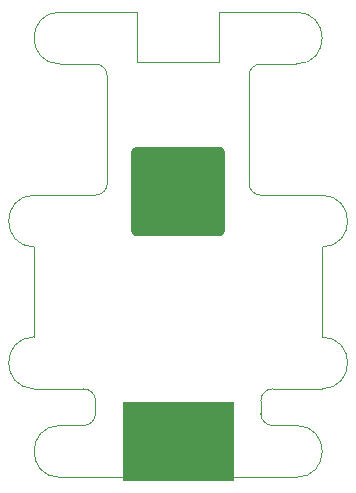
<source format=gbr>
G04*
G04 #@! TF.GenerationSoftware,Altium Limited,Altium Designer,24.1.2 (44)*
G04*
G04 Layer_Color=0*
%FSLAX25Y25*%
%MOIN*%
G70*
G04*
G04 #@! TF.SameCoordinates,EC497B79-CED4-4E58-A43C-F9202C23BEB1*
G04*
G04*
G04 #@! TF.FilePolarity,Positive*
G04*
G01*
G75*
%ADD63C,0.00100*%
G36*
X35433Y85630D02*
Y111221D01*
Y111612D01*
X35733Y112336D01*
X36287Y112889D01*
X37010Y113189D01*
X37402D01*
D01*
X64961D01*
X65352D01*
X66076Y112889D01*
X66629Y112336D01*
X66929Y111612D01*
Y111221D01*
D01*
Y85630D01*
Y85238D01*
X66629Y84515D01*
X66076Y83961D01*
X65352Y83661D01*
X64961D01*
D01*
X37402D01*
X37010D01*
X36287Y83961D01*
X35733Y84515D01*
X35433Y85238D01*
Y85630D01*
D01*
D02*
G37*
G36*
X69681Y1866D02*
Y28366D01*
X32681D01*
Y1866D01*
X69681D01*
D02*
G37*
D63*
X11811Y3150D02*
G02*
X11811Y20472I0J8661D01*
G01*
X19685Y20470D01*
D02*
G03*
X23622Y24407I0J3937D01*
G01*
Y28740D01*
D02*
G03*
X19685Y32677I-3937J0D01*
G01*
X3150D01*
X3150Y32684D01*
D02*
G02*
X3150Y50002I197J8659D01*
G01*
Y79921D01*
X3150Y79926D01*
D02*
G02*
X3150Y97244I197J8659D01*
G01*
X3150Y97240D01*
X23622D01*
D02*
G03*
X27559Y101177I0J3937D01*
G01*
Y137008D01*
D02*
G03*
X23622Y140945I-3937J0D01*
G01*
X11811D01*
D02*
G02*
X11811Y158268I0J8661D01*
G01*
X37402Y158268D01*
Y141732D01*
X64961D01*
Y158268D01*
X90551D01*
D02*
G02*
X90551Y140945I0J-8661D01*
G01*
X78740D01*
D02*
G03*
X74803Y137008I0J-3937D01*
G01*
X74803Y101177D01*
D02*
G03*
X78740Y97240I3937J0D01*
G01*
X99212D01*
D02*
G02*
X99212Y79921I-197J-8659D01*
G01*
Y50000D01*
D02*
G02*
X99212Y32679I-197J-8660D01*
G01*
X82677D01*
D02*
G03*
X78740Y28742I0J-3937D01*
G01*
Y24409D01*
D02*
G03*
X82677Y20472I3937J0D01*
G01*
X90551D01*
D02*
G02*
X90551Y3150I0J-8661D01*
G01*
X11811Y3150D01*
M02*

</source>
